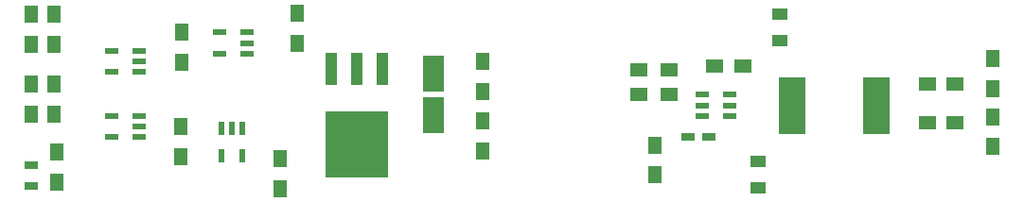
<source format=gtp>
G04 #@! TF.GenerationSoftware,KiCad,Pcbnew,(5.1.2)-2*
G04 #@! TF.CreationDate,2019-11-04T12:19:55+09:00*
G04 #@! TF.ProjectId,Kicad_sehd_mv,4b696361-645f-4736-9568-645f6d762e6b,1.0*
G04 #@! TF.SameCoordinates,Original*
G04 #@! TF.FileFunction,Paste,Top*
G04 #@! TF.FilePolarity,Positive*
%FSLAX46Y46*%
G04 Gerber Fmt 4.6, Leading zero omitted, Abs format (unit mm)*
G04 Created by KiCad (PCBNEW (5.1.2)-2) date 2019-11-04 12:19:55*
%MOMM*%
%LPD*%
G04 APERTURE LIST*
%ADD10R,1.500000X1.250000*%
%ADD11R,1.850000X3.200000*%
%ADD12R,1.200000X0.750000*%
%ADD13R,1.300000X1.500000*%
%ADD14R,1.250000X0.600000*%
%ADD15R,1.000000X2.850000*%
%ADD16R,5.550000X5.950000*%
%ADD17R,1.200000X0.600000*%
%ADD18R,0.600000X1.200000*%
%ADD19R,2.450000X5.100000*%
%ADD20R,1.300000X0.700000*%
%ADD21R,1.500000X1.300000*%
%ADD22R,1.350000X1.050000*%
G04 APERTURE END LIST*
D10*
X136057000Y-62865000D03*
X138557000Y-62865000D03*
X155067000Y-64516000D03*
X157567000Y-64516000D03*
D11*
X110871000Y-63610000D03*
X110871000Y-67310000D03*
D12*
X133609000Y-69215000D03*
X135509000Y-69215000D03*
D13*
X77216000Y-70579000D03*
X77216000Y-73279000D03*
X115316000Y-70518000D03*
X115316000Y-67818000D03*
X160909000Y-67437000D03*
X160909000Y-70137000D03*
D14*
X137394000Y-67371000D03*
X137394000Y-66421000D03*
X137394000Y-65471000D03*
X134894000Y-65471000D03*
X134894000Y-66421000D03*
X134894000Y-67371000D03*
D15*
X106303000Y-63160000D03*
X104013000Y-63160000D03*
X101723000Y-63160000D03*
D16*
X104013000Y-69910000D03*
D17*
X91714000Y-61783000D03*
X91714000Y-59883000D03*
X94214000Y-59883000D03*
X94214000Y-60833000D03*
X94214000Y-61783000D03*
D18*
X93787000Y-70973000D03*
X91887000Y-70973000D03*
X91887000Y-68473000D03*
X92837000Y-68473000D03*
X93787000Y-68473000D03*
D17*
X84562000Y-63434000D03*
X84562000Y-62484000D03*
X84562000Y-61534000D03*
X82062000Y-61534000D03*
X82062000Y-63434000D03*
X84562000Y-69276000D03*
X84562000Y-68326000D03*
X84562000Y-67376000D03*
X82062000Y-67376000D03*
X82062000Y-69276000D03*
D19*
X143002000Y-66421000D03*
X150502000Y-66421000D03*
D20*
X74930000Y-71760000D03*
X74930000Y-73660000D03*
D13*
X130683000Y-69977000D03*
X130683000Y-72677000D03*
D21*
X131953000Y-65405000D03*
X129253000Y-65405000D03*
X129253000Y-63246000D03*
X131953000Y-63246000D03*
D13*
X74930000Y-67183000D03*
X74930000Y-64483000D03*
X76962000Y-64483000D03*
X76962000Y-67183000D03*
X76962000Y-60960000D03*
X76962000Y-58260000D03*
X74930000Y-58260000D03*
X74930000Y-60960000D03*
X115316000Y-65184000D03*
X115316000Y-62484000D03*
X88392000Y-62564000D03*
X88392000Y-59864000D03*
X88265000Y-71026000D03*
X88265000Y-68326000D03*
X98679000Y-60866000D03*
X98679000Y-58166000D03*
X97155000Y-73914000D03*
X97155000Y-71214000D03*
X160909000Y-62197000D03*
X160909000Y-64897000D03*
D22*
X141859000Y-58286000D03*
X141859000Y-60586000D03*
X139954000Y-71494000D03*
X139954000Y-73794000D03*
D10*
X157567000Y-67945000D03*
X155067000Y-67945000D03*
M02*

</source>
